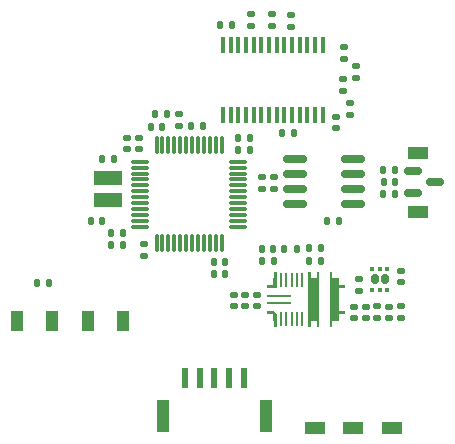
<source format=gbr>
%TF.GenerationSoftware,KiCad,Pcbnew,9.0.6*%
%TF.CreationDate,2026-02-27T09:44:11+00:00*%
%TF.ProjectId,KicadProject,4b696361-6450-4726-9f6a-6563742e6b69,rev?*%
%TF.SameCoordinates,Original*%
%TF.FileFunction,Paste,Top*%
%TF.FilePolarity,Positive*%
%FSLAX46Y46*%
G04 Gerber Fmt 4.6, Leading zero omitted, Abs format (unit mm)*
G04 Created by KiCad (PCBNEW 9.0.6) date 2026-02-27 09:44:11*
%MOMM*%
%LPD*%
G01*
G04 APERTURE LIST*
G04 Aperture macros list*
%AMRoundRect*
0 Rectangle with rounded corners*
0 $1 Rounding radius*
0 $2 $3 $4 $5 $6 $7 $8 $9 X,Y pos of 4 corners*
0 Add a 4 corners polygon primitive as box body*
4,1,4,$2,$3,$4,$5,$6,$7,$8,$9,$2,$3,0*
0 Add four circle primitives for the rounded corners*
1,1,$1+$1,$2,$3*
1,1,$1+$1,$4,$5*
1,1,$1+$1,$6,$7*
1,1,$1+$1,$8,$9*
0 Add four rect primitives between the rounded corners*
20,1,$1+$1,$2,$3,$4,$5,0*
20,1,$1+$1,$4,$5,$6,$7,0*
20,1,$1+$1,$6,$7,$8,$9,0*
20,1,$1+$1,$8,$9,$2,$3,0*%
G04 Aperture macros list end*
%ADD10C,0.000000*%
%ADD11RoundRect,0.140000X0.140000X0.170000X-0.140000X0.170000X-0.140000X-0.170000X0.140000X-0.170000X0*%
%ADD12RoundRect,0.135000X0.135000X0.185000X-0.135000X0.185000X-0.135000X-0.185000X0.135000X-0.185000X0*%
%ADD13R,1.800000X1.000000*%
%ADD14RoundRect,0.140000X-0.170000X0.140000X-0.170000X-0.140000X0.170000X-0.140000X0.170000X0.140000X0*%
%ADD15R,1.000000X1.800000*%
%ADD16RoundRect,0.160000X-0.160000X0.245000X-0.160000X-0.245000X0.160000X-0.245000X0.160000X0.245000X0*%
%ADD17RoundRect,0.093750X-0.106250X0.093750X-0.106250X-0.093750X0.106250X-0.093750X0.106250X0.093750X0*%
%ADD18RoundRect,0.135000X-0.135000X-0.185000X0.135000X-0.185000X0.135000X0.185000X-0.135000X0.185000X0*%
%ADD19RoundRect,0.140000X-0.140000X-0.170000X0.140000X-0.170000X0.140000X0.170000X-0.140000X0.170000X0*%
%ADD20R,0.355600X1.409700*%
%ADD21RoundRect,0.140000X0.170000X-0.140000X0.170000X0.140000X-0.170000X0.140000X-0.170000X-0.140000X0*%
%ADD22R,0.600000X1.700000*%
%ADD23R,1.000000X2.700000*%
%ADD24RoundRect,0.135000X0.185000X-0.135000X0.185000X0.135000X-0.185000X0.135000X-0.185000X-0.135000X0*%
%ADD25RoundRect,0.135000X-0.185000X0.135000X-0.185000X-0.135000X0.185000X-0.135000X0.185000X0.135000X0*%
%ADD26R,2.387600X1.295400*%
%ADD27R,0.127000X0.127000*%
%ADD28R,0.203200X1.295400*%
%ADD29R,2.057400X0.254000*%
%ADD30RoundRect,0.150000X-0.587500X-0.150000X0.587500X-0.150000X0.587500X0.150000X-0.587500X0.150000X0*%
%ADD31RoundRect,0.150000X-0.825000X-0.150000X0.825000X-0.150000X0.825000X0.150000X-0.825000X0.150000X0*%
%ADD32RoundRect,0.075000X-0.662500X-0.075000X0.662500X-0.075000X0.662500X0.075000X-0.662500X0.075000X0*%
%ADD33RoundRect,0.075000X-0.075000X-0.662500X0.075000X-0.662500X0.075000X0.662500X-0.075000X0.662500X0*%
G04 APERTURE END LIST*
D10*
%TO.C,U3*%
G36*
X195522692Y-111613094D02*
G01*
X195522692Y-112908494D01*
X194671093Y-112912793D01*
X194671093Y-112658793D01*
X195179093Y-112658793D01*
X195171093Y-112113093D01*
X195321093Y-112113093D01*
X195321093Y-111613093D01*
X195522692Y-111613094D01*
G37*
G36*
X195245492Y-114913092D02*
G01*
X195522692Y-115163092D01*
X195522692Y-116208492D01*
X195319492Y-116208492D01*
X195319492Y-115708492D01*
X195171492Y-115708492D01*
X195179093Y-115162793D01*
X194671093Y-115162793D01*
X194671093Y-114908793D01*
X195245492Y-114913092D01*
G37*
G36*
X198372694Y-112113094D02*
G01*
X198919493Y-112113094D01*
X198919493Y-111613094D01*
X199122693Y-111613094D01*
X199122693Y-116208492D01*
X198919493Y-116208492D01*
X198919493Y-115708492D01*
X198372694Y-115708492D01*
X198372694Y-116208492D01*
X198169494Y-116208492D01*
X198169494Y-111613094D01*
X198372694Y-111613094D01*
X198372694Y-112113094D01*
G37*
G36*
X200222694Y-112113094D02*
G01*
X200762694Y-112113094D01*
X200763093Y-112658793D01*
X201271093Y-112658793D01*
X201271093Y-112912793D01*
X200763093Y-112912793D01*
X200763093Y-114908793D01*
X201271093Y-114908793D01*
X201271093Y-115162793D01*
X200763093Y-115162793D01*
X200762694Y-115708492D01*
X200222694Y-115708492D01*
X200222694Y-116208492D01*
X200019494Y-116208492D01*
X200019494Y-111613094D01*
X200222694Y-111613094D01*
X200222694Y-112113094D01*
G37*
%TD*%
D11*
%TO.C,C13*%
X182480000Y-109297500D03*
X181520000Y-109297500D03*
%TD*%
D12*
%TO.C,R4*%
X205542696Y-102968684D03*
X204522696Y-102968684D03*
%TD*%
D13*
%TO.C,5VL*%
X205250000Y-124750000D03*
%TD*%
D14*
%TO.C,C33*%
X206064019Y-111484288D03*
X206064019Y-112444288D03*
%TD*%
D15*
%TO.C,PWM1*%
X182500000Y-115750000D03*
%TD*%
D16*
%TO.C,U5*%
X204639905Y-112186833D03*
X203839905Y-112186833D03*
D17*
X204889905Y-111299333D03*
X204239905Y-111299333D03*
X203589905Y-111299333D03*
X203589905Y-113074333D03*
X204239905Y-113074333D03*
X204889905Y-113074333D03*
%TD*%
D13*
%TO.C,3V3*%
X202000000Y-124750000D03*
%TD*%
D18*
%TO.C,R7*%
X185191980Y-98198232D03*
X186211980Y-98198232D03*
%TD*%
D19*
%TO.C,C14*%
X192250000Y-100250000D03*
X193210000Y-100250000D03*
%TD*%
D11*
%TO.C,C11*%
X191126509Y-111714676D03*
X190166509Y-111714676D03*
%TD*%
D14*
%TO.C,C26*%
X205032569Y-114504288D03*
X205032569Y-115464288D03*
%TD*%
D11*
%TO.C,C28*%
X180730000Y-107250000D03*
X179770000Y-107250000D03*
%TD*%
D18*
%TO.C,R15*%
X196168262Y-109601533D03*
X197188262Y-109601533D03*
%TD*%
D11*
%TO.C,C9*%
X191121918Y-110706897D03*
X190161918Y-110706897D03*
%TD*%
D20*
%TO.C,U2*%
X199399999Y-92344500D03*
X198749998Y-92344500D03*
X198099999Y-92344500D03*
X197449998Y-92344500D03*
X196800000Y-92344500D03*
X196149998Y-92344500D03*
X195500000Y-92344500D03*
X194850001Y-92344500D03*
X194200000Y-92344500D03*
X193550001Y-92344500D03*
X192900000Y-92344500D03*
X192250001Y-92344500D03*
X191600000Y-92344500D03*
X190950001Y-92344500D03*
X190949999Y-98250000D03*
X191600000Y-98250000D03*
X192249999Y-98250000D03*
X192900000Y-98250000D03*
X193549998Y-98250000D03*
X194200000Y-98250000D03*
X194849998Y-98250000D03*
X195500000Y-98250000D03*
X196149998Y-98250000D03*
X196800000Y-98250000D03*
X197449998Y-98250000D03*
X198099999Y-98250000D03*
X198749998Y-98250000D03*
X199399999Y-98250000D03*
%TD*%
D14*
%TO.C,C24*%
X206032569Y-114493384D03*
X206032569Y-115453384D03*
%TD*%
D21*
%TO.C,C17*%
X200547130Y-99395611D03*
X200547130Y-98435611D03*
%TD*%
%TO.C,C3*%
X194282161Y-104523567D03*
X194282161Y-103563567D03*
%TD*%
D11*
%TO.C,C2*%
X199226497Y-110610754D03*
X198266497Y-110610754D03*
%TD*%
D14*
%TO.C,C29*%
X203994352Y-114501783D03*
X203994352Y-115461783D03*
%TD*%
D22*
%TO.C,J1*%
X187729733Y-120550000D03*
X188979733Y-120550000D03*
X190229733Y-120550000D03*
X191479733Y-120550000D03*
X192729733Y-120550000D03*
D23*
X185879733Y-123750000D03*
X194579733Y-123750000D03*
%TD*%
D24*
%TO.C,R12*%
X201142543Y-96245617D03*
X201142543Y-95225617D03*
%TD*%
D11*
%TO.C,C12*%
X182456495Y-108287019D03*
X181496495Y-108287019D03*
%TD*%
D18*
%TO.C,R6*%
X190679802Y-90665130D03*
X191699802Y-90665130D03*
%TD*%
D21*
%TO.C,C4*%
X195278833Y-104523448D03*
X195278833Y-103563448D03*
%TD*%
D19*
%TO.C,C15*%
X192250000Y-101250000D03*
X193210000Y-101250000D03*
%TD*%
D11*
%TO.C,C27*%
X181710000Y-102000000D03*
X180750000Y-102000000D03*
%TD*%
D13*
%TO.C,C+*%
X207500000Y-101472278D03*
%TD*%
D15*
%TO.C,PWM4*%
X173500000Y-115750000D03*
%TD*%
D12*
%TO.C,R11*%
X196982249Y-99797250D03*
X195962249Y-99797250D03*
%TD*%
D24*
%TO.C,R9*%
X201250000Y-93520000D03*
X201250000Y-92500000D03*
%TD*%
D25*
%TO.C,R2*%
X195123854Y-89752136D03*
X195123854Y-90772136D03*
%TD*%
D21*
%TO.C,C23*%
X192823047Y-114484288D03*
X192823047Y-113524288D03*
%TD*%
D24*
%TO.C,R10*%
X202250000Y-95177437D03*
X202250000Y-94157437D03*
%TD*%
D14*
%TO.C,C21*%
X184250000Y-109250000D03*
X184250000Y-110210000D03*
%TD*%
D11*
%TO.C,C1*%
X200750000Y-107250000D03*
X199790000Y-107250000D03*
%TD*%
D26*
%TO.C,XTAL1*%
X181250000Y-103595000D03*
X181250000Y-105500000D03*
%TD*%
D15*
%TO.C,PWM2*%
X179500000Y-115750000D03*
%TD*%
D13*
%TO.C,GND*%
X198750000Y-124750000D03*
%TD*%
%TO.C,C-*%
X207500000Y-106500000D03*
%TD*%
D25*
%TO.C,R3*%
X193303407Y-89727863D03*
X193303407Y-90747863D03*
%TD*%
D21*
%TO.C,C8*%
X183844444Y-101189411D03*
X183844444Y-100229411D03*
%TD*%
D15*
%TO.C,PWM3*%
X176500000Y-115750000D03*
%TD*%
D12*
%TO.C,R8*%
X189305756Y-99203465D03*
X188285756Y-99203465D03*
%TD*%
D25*
%TO.C,R1*%
X196750000Y-89782194D03*
X196750000Y-90802194D03*
%TD*%
D24*
%TO.C,R13*%
X201750000Y-98260000D03*
X201750000Y-97240000D03*
%TD*%
D21*
%TO.C,C22*%
X191856287Y-114484288D03*
X191856287Y-113524288D03*
%TD*%
%TO.C,C7*%
X182825300Y-101202461D03*
X182825300Y-100242461D03*
%TD*%
D11*
%TO.C,C25*%
X195211769Y-109606184D03*
X194251769Y-109606184D03*
%TD*%
D27*
%TO.C,U3*%
X195421092Y-115560792D03*
D28*
X195871093Y-115560792D03*
X196321092Y-115560792D03*
X196771094Y-115560792D03*
X197221093Y-115560792D03*
X197671092Y-115560792D03*
D27*
X198271094Y-115560792D03*
X199021093Y-115560792D03*
X200121094Y-115560792D03*
X201017093Y-115035793D03*
X201017093Y-112785793D03*
X200121094Y-112260794D03*
X199021093Y-112260794D03*
X198271094Y-112260794D03*
D28*
X197671092Y-112260794D03*
X197221093Y-112260794D03*
X196771094Y-112260794D03*
X196321092Y-112260794D03*
X195871093Y-112260794D03*
D27*
X195421092Y-112260794D03*
X194925093Y-112785793D03*
D29*
X195700093Y-113635792D03*
X195700093Y-114185794D03*
D27*
X194925093Y-115035793D03*
%TD*%
D14*
%TO.C,C30*%
X203032569Y-114504288D03*
X203032569Y-115464288D03*
%TD*%
D12*
%TO.C,R17*%
X195258166Y-110629950D03*
X194238166Y-110629950D03*
%TD*%
D18*
%TO.C,R5*%
X204522696Y-104968684D03*
X205542696Y-104968684D03*
%TD*%
D30*
%TO.C,D1*%
X207062500Y-103001764D03*
X207062500Y-104901764D03*
X208937500Y-103951764D03*
%TD*%
D31*
%TO.C,U1*%
X197050000Y-102017795D03*
X197050000Y-103287795D03*
X197050000Y-104557795D03*
X197050000Y-105827795D03*
X202000000Y-105827795D03*
X202000000Y-104557795D03*
X202000000Y-103287795D03*
X202000000Y-102017795D03*
%TD*%
D19*
%TO.C,C6*%
X204552696Y-103968684D03*
X205512696Y-103968684D03*
%TD*%
%TO.C,C10*%
X184880396Y-99310820D03*
X185840396Y-99310820D03*
%TD*%
D21*
%TO.C,C5*%
X193807171Y-114472497D03*
X193807171Y-113512497D03*
%TD*%
D24*
%TO.C,R14*%
X187250000Y-99250000D03*
X187250000Y-98230000D03*
%TD*%
D14*
%TO.C,C32*%
X202477933Y-112189161D03*
X202477933Y-113149161D03*
%TD*%
D32*
%TO.C,U4*%
X183925000Y-102250000D03*
X183925000Y-102750000D03*
X183925000Y-103250000D03*
X183925000Y-103750000D03*
X183925000Y-104250000D03*
X183925000Y-104750000D03*
X183925000Y-105250000D03*
X183925000Y-105750000D03*
X183925000Y-106250000D03*
X183925000Y-106750000D03*
X183925000Y-107250000D03*
X183925000Y-107750000D03*
D33*
X185337500Y-109162500D03*
X185837500Y-109162500D03*
X186337500Y-109162500D03*
X186837500Y-109162500D03*
X187337500Y-109162500D03*
X187837500Y-109162500D03*
X188337500Y-109162500D03*
X188837500Y-109162500D03*
X189337500Y-109162500D03*
X189837500Y-109162500D03*
X190337500Y-109162500D03*
X190837500Y-109162500D03*
D32*
X192250000Y-107750000D03*
X192250000Y-107250000D03*
X192250000Y-106750000D03*
X192250000Y-106250000D03*
X192250000Y-105750000D03*
X192250000Y-105250000D03*
X192250000Y-104750000D03*
X192250000Y-104250000D03*
X192250000Y-103750000D03*
X192250000Y-103250000D03*
X192250000Y-102750000D03*
X192250000Y-102250000D03*
D33*
X190837500Y-100837500D03*
X190337500Y-100837500D03*
X189837500Y-100837500D03*
X189337500Y-100837500D03*
X188837500Y-100837500D03*
X188337500Y-100837500D03*
X187837500Y-100837500D03*
X187337500Y-100837500D03*
X186837500Y-100837500D03*
X186337500Y-100837500D03*
X185837500Y-100837500D03*
X185337500Y-100837500D03*
%TD*%
D14*
%TO.C,C31*%
X202032569Y-114504288D03*
X202032569Y-115464288D03*
%TD*%
D18*
%TO.C,R16*%
X198212742Y-109592710D03*
X199232742Y-109592710D03*
%TD*%
D12*
%TO.C,R18*%
X176260000Y-112500000D03*
X175240000Y-112500000D03*
%TD*%
M02*

</source>
